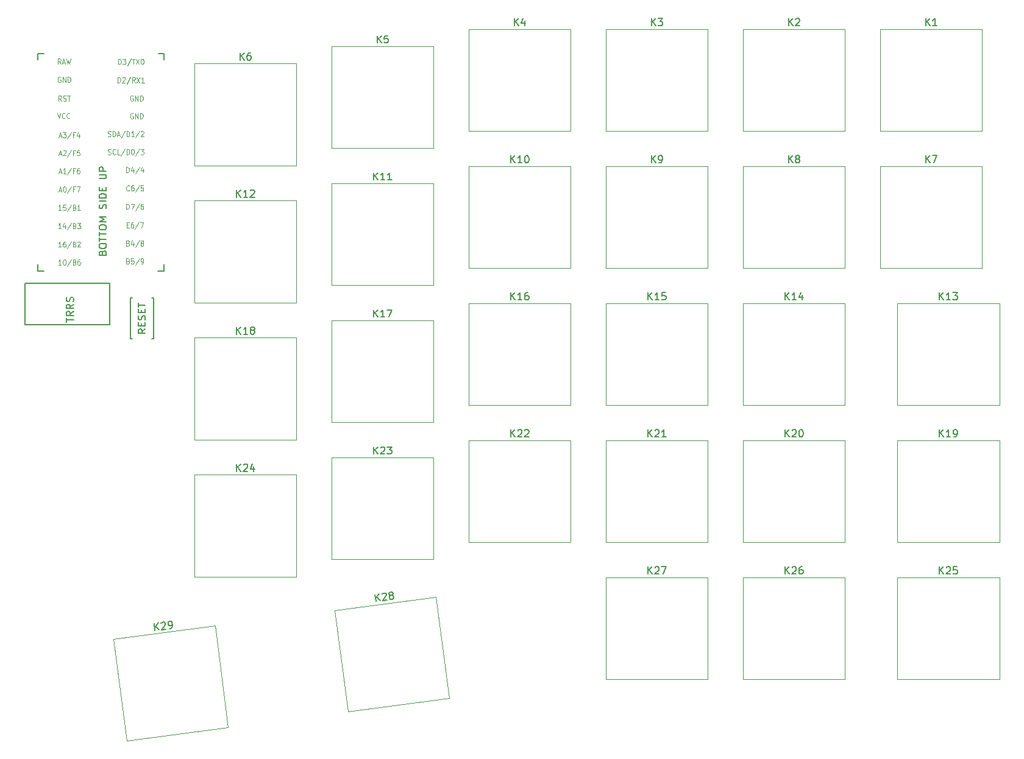
<source format=gbr>
%TF.GenerationSoftware,KiCad,Pcbnew,(6.0.4)*%
%TF.CreationDate,2022-10-11T17:37:43-05:00*%
%TF.ProjectId,GummyKey_Right,47756d6d-794b-4657-995f-52696768742e,rev?*%
%TF.SameCoordinates,Original*%
%TF.FileFunction,Legend,Top*%
%TF.FilePolarity,Positive*%
%FSLAX46Y46*%
G04 Gerber Fmt 4.6, Leading zero omitted, Abs format (unit mm)*
G04 Created by KiCad (PCBNEW (6.0.4)) date 2022-10-11 17:37:43*
%MOMM*%
%LPD*%
G01*
G04 APERTURE LIST*
%ADD10C,0.150000*%
%ADD11C,0.125000*%
%ADD12C,0.120000*%
G04 APERTURE END LIST*
D10*
X84928571Y-78761904D02*
X84976190Y-78619047D01*
X85023809Y-78571428D01*
X85119047Y-78523809D01*
X85261904Y-78523809D01*
X85357142Y-78571428D01*
X85404761Y-78619047D01*
X85452380Y-78714285D01*
X85452380Y-79095238D01*
X84452380Y-79095238D01*
X84452380Y-78761904D01*
X84500000Y-78666666D01*
X84547619Y-78619047D01*
X84642857Y-78571428D01*
X84738095Y-78571428D01*
X84833333Y-78619047D01*
X84880952Y-78666666D01*
X84928571Y-78761904D01*
X84928571Y-79095238D01*
X84452380Y-77904761D02*
X84452380Y-77714285D01*
X84500000Y-77619047D01*
X84595238Y-77523809D01*
X84785714Y-77476190D01*
X85119047Y-77476190D01*
X85309523Y-77523809D01*
X85404761Y-77619047D01*
X85452380Y-77714285D01*
X85452380Y-77904761D01*
X85404761Y-78000000D01*
X85309523Y-78095238D01*
X85119047Y-78142857D01*
X84785714Y-78142857D01*
X84595238Y-78095238D01*
X84500000Y-78000000D01*
X84452380Y-77904761D01*
X84452380Y-77190476D02*
X84452380Y-76619047D01*
X85452380Y-76904761D02*
X84452380Y-76904761D01*
X84452380Y-76428571D02*
X84452380Y-75857142D01*
X85452380Y-76142857D02*
X84452380Y-76142857D01*
X84452380Y-75333333D02*
X84452380Y-75142857D01*
X84500000Y-75047619D01*
X84595238Y-74952380D01*
X84785714Y-74904761D01*
X85119047Y-74904761D01*
X85309523Y-74952380D01*
X85404761Y-75047619D01*
X85452380Y-75142857D01*
X85452380Y-75333333D01*
X85404761Y-75428571D01*
X85309523Y-75523809D01*
X85119047Y-75571428D01*
X84785714Y-75571428D01*
X84595238Y-75523809D01*
X84500000Y-75428571D01*
X84452380Y-75333333D01*
X85452380Y-74476190D02*
X84452380Y-74476190D01*
X85166666Y-74142857D01*
X84452380Y-73809523D01*
X85452380Y-73809523D01*
X85404761Y-72619047D02*
X85452380Y-72476190D01*
X85452380Y-72238095D01*
X85404761Y-72142857D01*
X85357142Y-72095238D01*
X85261904Y-72047619D01*
X85166666Y-72047619D01*
X85071428Y-72095238D01*
X85023809Y-72142857D01*
X84976190Y-72238095D01*
X84928571Y-72428571D01*
X84880952Y-72523809D01*
X84833333Y-72571428D01*
X84738095Y-72619047D01*
X84642857Y-72619047D01*
X84547619Y-72571428D01*
X84500000Y-72523809D01*
X84452380Y-72428571D01*
X84452380Y-72190476D01*
X84500000Y-72047619D01*
X85452380Y-71619047D02*
X84452380Y-71619047D01*
X85452380Y-71142857D02*
X84452380Y-71142857D01*
X84452380Y-70904761D01*
X84500000Y-70761904D01*
X84595238Y-70666666D01*
X84690476Y-70619047D01*
X84880952Y-70571428D01*
X85023809Y-70571428D01*
X85214285Y-70619047D01*
X85309523Y-70666666D01*
X85404761Y-70761904D01*
X85452380Y-70904761D01*
X85452380Y-71142857D01*
X84928571Y-70142857D02*
X84928571Y-69809523D01*
X85452380Y-69666666D02*
X85452380Y-70142857D01*
X84452380Y-70142857D01*
X84452380Y-69666666D01*
X84452380Y-68476190D02*
X85261904Y-68476190D01*
X85357142Y-68428571D01*
X85404761Y-68380952D01*
X85452380Y-68285714D01*
X85452380Y-68095238D01*
X85404761Y-68000000D01*
X85357142Y-67952380D01*
X85261904Y-67904761D01*
X84452380Y-67904761D01*
X85452380Y-67428571D02*
X84452380Y-67428571D01*
X84452380Y-67047619D01*
X84500000Y-66952380D01*
X84547619Y-66904761D01*
X84642857Y-66857142D01*
X84785714Y-66857142D01*
X84880952Y-66904761D01*
X84928571Y-66952380D01*
X84976190Y-67047619D01*
X84976190Y-67428571D01*
%TO.C,K14*%
X179760714Y-85321130D02*
X179760714Y-84321130D01*
X180332142Y-85321130D02*
X179903571Y-84749702D01*
X180332142Y-84321130D02*
X179760714Y-84892559D01*
X181284523Y-85321130D02*
X180713095Y-85321130D01*
X180998809Y-85321130D02*
X180998809Y-84321130D01*
X180903571Y-84463988D01*
X180808333Y-84559226D01*
X180713095Y-84606845D01*
X182141666Y-84654464D02*
X182141666Y-85321130D01*
X181903571Y-84273511D02*
X181665476Y-84987797D01*
X182284523Y-84987797D01*
%TO.C,K10*%
X141660714Y-66271130D02*
X141660714Y-65271130D01*
X142232142Y-66271130D02*
X141803571Y-65699702D01*
X142232142Y-65271130D02*
X141660714Y-65842559D01*
X143184523Y-66271130D02*
X142613095Y-66271130D01*
X142898809Y-66271130D02*
X142898809Y-65271130D01*
X142803571Y-65413988D01*
X142708333Y-65509226D01*
X142613095Y-65556845D01*
X143803571Y-65271130D02*
X143898809Y-65271130D01*
X143994047Y-65318750D01*
X144041666Y-65366369D01*
X144089285Y-65461607D01*
X144136904Y-65652083D01*
X144136904Y-65890178D01*
X144089285Y-66080654D01*
X144041666Y-66175892D01*
X143994047Y-66223511D01*
X143898809Y-66271130D01*
X143803571Y-66271130D01*
X143708333Y-66223511D01*
X143660714Y-66175892D01*
X143613095Y-66080654D01*
X143565476Y-65890178D01*
X143565476Y-65652083D01*
X143613095Y-65461607D01*
X143660714Y-65366369D01*
X143708333Y-65318750D01*
X143803571Y-65271130D01*
%TO.C,K8*%
X180236904Y-66271130D02*
X180236904Y-65271130D01*
X180808333Y-66271130D02*
X180379761Y-65699702D01*
X180808333Y-65271130D02*
X180236904Y-65842559D01*
X181379761Y-65699702D02*
X181284523Y-65652083D01*
X181236904Y-65604464D01*
X181189285Y-65509226D01*
X181189285Y-65461607D01*
X181236904Y-65366369D01*
X181284523Y-65318750D01*
X181379761Y-65271130D01*
X181570238Y-65271130D01*
X181665476Y-65318750D01*
X181713095Y-65366369D01*
X181760714Y-65461607D01*
X181760714Y-65509226D01*
X181713095Y-65604464D01*
X181665476Y-65652083D01*
X181570238Y-65699702D01*
X181379761Y-65699702D01*
X181284523Y-65747321D01*
X181236904Y-65794940D01*
X181189285Y-65890178D01*
X181189285Y-66080654D01*
X181236904Y-66175892D01*
X181284523Y-66223511D01*
X181379761Y-66271130D01*
X181570238Y-66271130D01*
X181665476Y-66223511D01*
X181713095Y-66175892D01*
X181760714Y-66080654D01*
X181760714Y-65890178D01*
X181713095Y-65794940D01*
X181665476Y-65747321D01*
X181570238Y-65699702D01*
%TO.C,K24*%
X103560714Y-109133630D02*
X103560714Y-108133630D01*
X104132142Y-109133630D02*
X103703571Y-108562202D01*
X104132142Y-108133630D02*
X103560714Y-108705059D01*
X104513095Y-108228869D02*
X104560714Y-108181250D01*
X104655952Y-108133630D01*
X104894047Y-108133630D01*
X104989285Y-108181250D01*
X105036904Y-108228869D01*
X105084523Y-108324107D01*
X105084523Y-108419345D01*
X105036904Y-108562202D01*
X104465476Y-109133630D01*
X105084523Y-109133630D01*
X105941666Y-108466964D02*
X105941666Y-109133630D01*
X105703571Y-108086011D02*
X105465476Y-108800297D01*
X106084523Y-108800297D01*
%TO.C,K5*%
X123086904Y-49602380D02*
X123086904Y-48602380D01*
X123658333Y-49602380D02*
X123229761Y-49030952D01*
X123658333Y-48602380D02*
X123086904Y-49173809D01*
X124563095Y-48602380D02*
X124086904Y-48602380D01*
X124039285Y-49078571D01*
X124086904Y-49030952D01*
X124182142Y-48983333D01*
X124420238Y-48983333D01*
X124515476Y-49030952D01*
X124563095Y-49078571D01*
X124610714Y-49173809D01*
X124610714Y-49411904D01*
X124563095Y-49507142D01*
X124515476Y-49554761D01*
X124420238Y-49602380D01*
X124182142Y-49602380D01*
X124086904Y-49554761D01*
X124039285Y-49507142D01*
%TO.C,K9*%
X161186904Y-66271130D02*
X161186904Y-65271130D01*
X161758333Y-66271130D02*
X161329761Y-65699702D01*
X161758333Y-65271130D02*
X161186904Y-65842559D01*
X162234523Y-66271130D02*
X162425000Y-66271130D01*
X162520238Y-66223511D01*
X162567857Y-66175892D01*
X162663095Y-66033035D01*
X162710714Y-65842559D01*
X162710714Y-65461607D01*
X162663095Y-65366369D01*
X162615476Y-65318750D01*
X162520238Y-65271130D01*
X162329761Y-65271130D01*
X162234523Y-65318750D01*
X162186904Y-65366369D01*
X162139285Y-65461607D01*
X162139285Y-65699702D01*
X162186904Y-65794940D01*
X162234523Y-65842559D01*
X162329761Y-65890178D01*
X162520238Y-65890178D01*
X162615476Y-65842559D01*
X162663095Y-65794940D01*
X162710714Y-65699702D01*
%TO.C,K16*%
X141660714Y-85321130D02*
X141660714Y-84321130D01*
X142232142Y-85321130D02*
X141803571Y-84749702D01*
X142232142Y-84321130D02*
X141660714Y-84892559D01*
X143184523Y-85321130D02*
X142613095Y-85321130D01*
X142898809Y-85321130D02*
X142898809Y-84321130D01*
X142803571Y-84463988D01*
X142708333Y-84559226D01*
X142613095Y-84606845D01*
X144041666Y-84321130D02*
X143851190Y-84321130D01*
X143755952Y-84368750D01*
X143708333Y-84416369D01*
X143613095Y-84559226D01*
X143565476Y-84749702D01*
X143565476Y-85130654D01*
X143613095Y-85225892D01*
X143660714Y-85273511D01*
X143755952Y-85321130D01*
X143946428Y-85321130D01*
X144041666Y-85273511D01*
X144089285Y-85225892D01*
X144136904Y-85130654D01*
X144136904Y-84892559D01*
X144089285Y-84797321D01*
X144041666Y-84749702D01*
X143946428Y-84702083D01*
X143755952Y-84702083D01*
X143660714Y-84749702D01*
X143613095Y-84797321D01*
X143565476Y-84892559D01*
%TO.C,K2*%
X180236904Y-47221130D02*
X180236904Y-46221130D01*
X180808333Y-47221130D02*
X180379761Y-46649702D01*
X180808333Y-46221130D02*
X180236904Y-46792559D01*
X181189285Y-46316369D02*
X181236904Y-46268750D01*
X181332142Y-46221130D01*
X181570238Y-46221130D01*
X181665476Y-46268750D01*
X181713095Y-46316369D01*
X181760714Y-46411607D01*
X181760714Y-46506845D01*
X181713095Y-46649702D01*
X181141666Y-47221130D01*
X181760714Y-47221130D01*
D11*
%TO.C,U1*%
X78881785Y-67550000D02*
X79200833Y-67550000D01*
X78817976Y-67764285D02*
X79041309Y-67014285D01*
X79264642Y-67764285D01*
X79838928Y-67764285D02*
X79456071Y-67764285D01*
X79647500Y-67764285D02*
X79647500Y-67014285D01*
X79583690Y-67121428D01*
X79519880Y-67192857D01*
X79456071Y-67228571D01*
X80604642Y-66978571D02*
X80030357Y-67942857D01*
X81051309Y-67371428D02*
X80827976Y-67371428D01*
X80827976Y-67764285D02*
X80827976Y-67014285D01*
X81147023Y-67014285D01*
X81689404Y-67014285D02*
X81561785Y-67014285D01*
X81497976Y-67050000D01*
X81466071Y-67085714D01*
X81402261Y-67192857D01*
X81370357Y-67335714D01*
X81370357Y-67621428D01*
X81402261Y-67692857D01*
X81434166Y-67728571D01*
X81497976Y-67764285D01*
X81625595Y-67764285D01*
X81689404Y-67728571D01*
X81721309Y-67692857D01*
X81753214Y-67621428D01*
X81753214Y-67442857D01*
X81721309Y-67371428D01*
X81689404Y-67335714D01*
X81625595Y-67300000D01*
X81497976Y-67300000D01*
X81434166Y-67335714D01*
X81402261Y-67371428D01*
X81370357Y-67442857D01*
X79114380Y-52536285D02*
X78891047Y-52179142D01*
X78731523Y-52536285D02*
X78731523Y-51786285D01*
X78986761Y-51786285D01*
X79050571Y-51822000D01*
X79082476Y-51857714D01*
X79114380Y-51929142D01*
X79114380Y-52036285D01*
X79082476Y-52107714D01*
X79050571Y-52143428D01*
X78986761Y-52179142D01*
X78731523Y-52179142D01*
X79369619Y-52322000D02*
X79688666Y-52322000D01*
X79305809Y-52536285D02*
X79529142Y-51786285D01*
X79752476Y-52536285D01*
X79912000Y-51786285D02*
X80071523Y-52536285D01*
X80199142Y-52000571D01*
X80326761Y-52536285D01*
X80486285Y-51786285D01*
X79184880Y-77964285D02*
X78802023Y-77964285D01*
X78993452Y-77964285D02*
X78993452Y-77214285D01*
X78929642Y-77321428D01*
X78865833Y-77392857D01*
X78802023Y-77428571D01*
X79759166Y-77214285D02*
X79631547Y-77214285D01*
X79567738Y-77250000D01*
X79535833Y-77285714D01*
X79472023Y-77392857D01*
X79440119Y-77535714D01*
X79440119Y-77821428D01*
X79472023Y-77892857D01*
X79503928Y-77928571D01*
X79567738Y-77964285D01*
X79695357Y-77964285D01*
X79759166Y-77928571D01*
X79791071Y-77892857D01*
X79822976Y-77821428D01*
X79822976Y-77642857D01*
X79791071Y-77571428D01*
X79759166Y-77535714D01*
X79695357Y-77500000D01*
X79567738Y-77500000D01*
X79503928Y-77535714D01*
X79472023Y-77571428D01*
X79440119Y-77642857D01*
X80588690Y-77178571D02*
X80014404Y-78142857D01*
X81035357Y-77571428D02*
X81131071Y-77607142D01*
X81162976Y-77642857D01*
X81194880Y-77714285D01*
X81194880Y-77821428D01*
X81162976Y-77892857D01*
X81131071Y-77928571D01*
X81067261Y-77964285D01*
X80812023Y-77964285D01*
X80812023Y-77214285D01*
X81035357Y-77214285D01*
X81099166Y-77250000D01*
X81131071Y-77285714D01*
X81162976Y-77357142D01*
X81162976Y-77428571D01*
X81131071Y-77500000D01*
X81099166Y-77535714D01*
X81035357Y-77571428D01*
X80812023Y-77571428D01*
X81450119Y-77285714D02*
X81482023Y-77250000D01*
X81545833Y-77214285D01*
X81705357Y-77214285D01*
X81769166Y-77250000D01*
X81801071Y-77285714D01*
X81832976Y-77357142D01*
X81832976Y-77428571D01*
X81801071Y-77535714D01*
X81418214Y-77964285D01*
X81832976Y-77964285D01*
X88635833Y-70092857D02*
X88603928Y-70128571D01*
X88508214Y-70164285D01*
X88444404Y-70164285D01*
X88348690Y-70128571D01*
X88284880Y-70057142D01*
X88252976Y-69985714D01*
X88221071Y-69842857D01*
X88221071Y-69735714D01*
X88252976Y-69592857D01*
X88284880Y-69521428D01*
X88348690Y-69450000D01*
X88444404Y-69414285D01*
X88508214Y-69414285D01*
X88603928Y-69450000D01*
X88635833Y-69485714D01*
X89210119Y-69414285D02*
X89082500Y-69414285D01*
X89018690Y-69450000D01*
X88986785Y-69485714D01*
X88922976Y-69592857D01*
X88891071Y-69735714D01*
X88891071Y-70021428D01*
X88922976Y-70092857D01*
X88954880Y-70128571D01*
X89018690Y-70164285D01*
X89146309Y-70164285D01*
X89210119Y-70128571D01*
X89242023Y-70092857D01*
X89273928Y-70021428D01*
X89273928Y-69842857D01*
X89242023Y-69771428D01*
X89210119Y-69735714D01*
X89146309Y-69700000D01*
X89018690Y-69700000D01*
X88954880Y-69735714D01*
X88922976Y-69771428D01*
X88891071Y-69842857D01*
X90039642Y-69378571D02*
X89465357Y-70342857D01*
X90582023Y-69414285D02*
X90262976Y-69414285D01*
X90231071Y-69771428D01*
X90262976Y-69735714D01*
X90326785Y-69700000D01*
X90486309Y-69700000D01*
X90550119Y-69735714D01*
X90582023Y-69771428D01*
X90613928Y-69842857D01*
X90613928Y-70021428D01*
X90582023Y-70092857D01*
X90550119Y-70128571D01*
X90486309Y-70164285D01*
X90326785Y-70164285D01*
X90262976Y-70128571D01*
X90231071Y-70092857D01*
X78644166Y-59349285D02*
X78867500Y-60099285D01*
X79090833Y-59349285D01*
X79697023Y-60027857D02*
X79665119Y-60063571D01*
X79569404Y-60099285D01*
X79505595Y-60099285D01*
X79409880Y-60063571D01*
X79346071Y-59992142D01*
X79314166Y-59920714D01*
X79282261Y-59777857D01*
X79282261Y-59670714D01*
X79314166Y-59527857D01*
X79346071Y-59456428D01*
X79409880Y-59385000D01*
X79505595Y-59349285D01*
X79569404Y-59349285D01*
X79665119Y-59385000D01*
X79697023Y-59420714D01*
X80367023Y-60027857D02*
X80335119Y-60063571D01*
X80239404Y-60099285D01*
X80175595Y-60099285D01*
X80079880Y-60063571D01*
X80016071Y-59992142D01*
X79984166Y-59920714D01*
X79952261Y-59777857D01*
X79952261Y-59670714D01*
X79984166Y-59527857D01*
X80016071Y-59456428D01*
X80079880Y-59385000D01*
X80175595Y-59349285D01*
X80239404Y-59349285D01*
X80335119Y-59385000D01*
X80367023Y-59420714D01*
X78881785Y-70100000D02*
X79200833Y-70100000D01*
X78817976Y-70314285D02*
X79041309Y-69564285D01*
X79264642Y-70314285D01*
X79615595Y-69564285D02*
X79679404Y-69564285D01*
X79743214Y-69600000D01*
X79775119Y-69635714D01*
X79807023Y-69707142D01*
X79838928Y-69850000D01*
X79838928Y-70028571D01*
X79807023Y-70171428D01*
X79775119Y-70242857D01*
X79743214Y-70278571D01*
X79679404Y-70314285D01*
X79615595Y-70314285D01*
X79551785Y-70278571D01*
X79519880Y-70242857D01*
X79487976Y-70171428D01*
X79456071Y-70028571D01*
X79456071Y-69850000D01*
X79487976Y-69707142D01*
X79519880Y-69635714D01*
X79551785Y-69600000D01*
X79615595Y-69564285D01*
X80604642Y-69528571D02*
X80030357Y-70492857D01*
X81051309Y-69921428D02*
X80827976Y-69921428D01*
X80827976Y-70314285D02*
X80827976Y-69564285D01*
X81147023Y-69564285D01*
X81338452Y-69564285D02*
X81785119Y-69564285D01*
X81497976Y-70314285D01*
X88476309Y-79921428D02*
X88572023Y-79957142D01*
X88603928Y-79992857D01*
X88635833Y-80064285D01*
X88635833Y-80171428D01*
X88603928Y-80242857D01*
X88572023Y-80278571D01*
X88508214Y-80314285D01*
X88252976Y-80314285D01*
X88252976Y-79564285D01*
X88476309Y-79564285D01*
X88540119Y-79600000D01*
X88572023Y-79635714D01*
X88603928Y-79707142D01*
X88603928Y-79778571D01*
X88572023Y-79850000D01*
X88540119Y-79885714D01*
X88476309Y-79921428D01*
X88252976Y-79921428D01*
X89242023Y-79564285D02*
X88922976Y-79564285D01*
X88891071Y-79921428D01*
X88922976Y-79885714D01*
X88986785Y-79850000D01*
X89146309Y-79850000D01*
X89210119Y-79885714D01*
X89242023Y-79921428D01*
X89273928Y-79992857D01*
X89273928Y-80171428D01*
X89242023Y-80242857D01*
X89210119Y-80278571D01*
X89146309Y-80314285D01*
X88986785Y-80314285D01*
X88922976Y-80278571D01*
X88891071Y-80242857D01*
X90039642Y-79528571D02*
X89465357Y-80492857D01*
X90294880Y-80314285D02*
X90422500Y-80314285D01*
X90486309Y-80278571D01*
X90518214Y-80242857D01*
X90582023Y-80135714D01*
X90613928Y-79992857D01*
X90613928Y-79707142D01*
X90582023Y-79635714D01*
X90550119Y-79600000D01*
X90486309Y-79564285D01*
X90358690Y-79564285D01*
X90294880Y-79600000D01*
X90262976Y-79635714D01*
X90231071Y-79707142D01*
X90231071Y-79885714D01*
X90262976Y-79957142D01*
X90294880Y-79992857D01*
X90358690Y-80028571D01*
X90486309Y-80028571D01*
X90550119Y-79992857D01*
X90582023Y-79957142D01*
X90613928Y-79885714D01*
X85694880Y-65078571D02*
X85790595Y-65114285D01*
X85950119Y-65114285D01*
X86013928Y-65078571D01*
X86045833Y-65042857D01*
X86077738Y-64971428D01*
X86077738Y-64900000D01*
X86045833Y-64828571D01*
X86013928Y-64792857D01*
X85950119Y-64757142D01*
X85822500Y-64721428D01*
X85758690Y-64685714D01*
X85726785Y-64650000D01*
X85694880Y-64578571D01*
X85694880Y-64507142D01*
X85726785Y-64435714D01*
X85758690Y-64400000D01*
X85822500Y-64364285D01*
X85982023Y-64364285D01*
X86077738Y-64400000D01*
X86747738Y-65042857D02*
X86715833Y-65078571D01*
X86620119Y-65114285D01*
X86556309Y-65114285D01*
X86460595Y-65078571D01*
X86396785Y-65007142D01*
X86364880Y-64935714D01*
X86332976Y-64792857D01*
X86332976Y-64685714D01*
X86364880Y-64542857D01*
X86396785Y-64471428D01*
X86460595Y-64400000D01*
X86556309Y-64364285D01*
X86620119Y-64364285D01*
X86715833Y-64400000D01*
X86747738Y-64435714D01*
X87353928Y-65114285D02*
X87034880Y-65114285D01*
X87034880Y-64364285D01*
X88055833Y-64328571D02*
X87481547Y-65292857D01*
X88279166Y-65114285D02*
X88279166Y-64364285D01*
X88438690Y-64364285D01*
X88534404Y-64400000D01*
X88598214Y-64471428D01*
X88630119Y-64542857D01*
X88662023Y-64685714D01*
X88662023Y-64792857D01*
X88630119Y-64935714D01*
X88598214Y-65007142D01*
X88534404Y-65078571D01*
X88438690Y-65114285D01*
X88279166Y-65114285D01*
X89076785Y-64364285D02*
X89140595Y-64364285D01*
X89204404Y-64400000D01*
X89236309Y-64435714D01*
X89268214Y-64507142D01*
X89300119Y-64650000D01*
X89300119Y-64828571D01*
X89268214Y-64971428D01*
X89236309Y-65042857D01*
X89204404Y-65078571D01*
X89140595Y-65114285D01*
X89076785Y-65114285D01*
X89012976Y-65078571D01*
X88981071Y-65042857D01*
X88949166Y-64971428D01*
X88917261Y-64828571D01*
X88917261Y-64650000D01*
X88949166Y-64507142D01*
X88981071Y-64435714D01*
X89012976Y-64400000D01*
X89076785Y-64364285D01*
X90065833Y-64328571D02*
X89491547Y-65292857D01*
X90225357Y-64364285D02*
X90640119Y-64364285D01*
X90416785Y-64650000D01*
X90512500Y-64650000D01*
X90576309Y-64685714D01*
X90608214Y-64721428D01*
X90640119Y-64792857D01*
X90640119Y-64971428D01*
X90608214Y-65042857D01*
X90576309Y-65078571D01*
X90512500Y-65114285D01*
X90321071Y-65114285D01*
X90257261Y-65078571D01*
X90225357Y-65042857D01*
X79184880Y-75414285D02*
X78802023Y-75414285D01*
X78993452Y-75414285D02*
X78993452Y-74664285D01*
X78929642Y-74771428D01*
X78865833Y-74842857D01*
X78802023Y-74878571D01*
X79759166Y-74914285D02*
X79759166Y-75414285D01*
X79599642Y-74628571D02*
X79440119Y-75164285D01*
X79854880Y-75164285D01*
X80588690Y-74628571D02*
X80014404Y-75592857D01*
X81035357Y-75021428D02*
X81131071Y-75057142D01*
X81162976Y-75092857D01*
X81194880Y-75164285D01*
X81194880Y-75271428D01*
X81162976Y-75342857D01*
X81131071Y-75378571D01*
X81067261Y-75414285D01*
X80812023Y-75414285D01*
X80812023Y-74664285D01*
X81035357Y-74664285D01*
X81099166Y-74700000D01*
X81131071Y-74735714D01*
X81162976Y-74807142D01*
X81162976Y-74878571D01*
X81131071Y-74950000D01*
X81099166Y-74985714D01*
X81035357Y-75021428D01*
X80812023Y-75021428D01*
X81418214Y-74664285D02*
X81832976Y-74664285D01*
X81609642Y-74950000D01*
X81705357Y-74950000D01*
X81769166Y-74985714D01*
X81801071Y-75021428D01*
X81832976Y-75092857D01*
X81832976Y-75271428D01*
X81801071Y-75342857D01*
X81769166Y-75378571D01*
X81705357Y-75414285D01*
X81513928Y-75414285D01*
X81450119Y-75378571D01*
X81418214Y-75342857D01*
X85678928Y-62578571D02*
X85774642Y-62614285D01*
X85934166Y-62614285D01*
X85997976Y-62578571D01*
X86029880Y-62542857D01*
X86061785Y-62471428D01*
X86061785Y-62400000D01*
X86029880Y-62328571D01*
X85997976Y-62292857D01*
X85934166Y-62257142D01*
X85806547Y-62221428D01*
X85742738Y-62185714D01*
X85710833Y-62150000D01*
X85678928Y-62078571D01*
X85678928Y-62007142D01*
X85710833Y-61935714D01*
X85742738Y-61900000D01*
X85806547Y-61864285D01*
X85966071Y-61864285D01*
X86061785Y-61900000D01*
X86348928Y-62614285D02*
X86348928Y-61864285D01*
X86508452Y-61864285D01*
X86604166Y-61900000D01*
X86667976Y-61971428D01*
X86699880Y-62042857D01*
X86731785Y-62185714D01*
X86731785Y-62292857D01*
X86699880Y-62435714D01*
X86667976Y-62507142D01*
X86604166Y-62578571D01*
X86508452Y-62614285D01*
X86348928Y-62614285D01*
X86987023Y-62400000D02*
X87306071Y-62400000D01*
X86923214Y-62614285D02*
X87146547Y-61864285D01*
X87369880Y-62614285D01*
X88071785Y-61828571D02*
X87497500Y-62792857D01*
X88295119Y-62614285D02*
X88295119Y-61864285D01*
X88454642Y-61864285D01*
X88550357Y-61900000D01*
X88614166Y-61971428D01*
X88646071Y-62042857D01*
X88677976Y-62185714D01*
X88677976Y-62292857D01*
X88646071Y-62435714D01*
X88614166Y-62507142D01*
X88550357Y-62578571D01*
X88454642Y-62614285D01*
X88295119Y-62614285D01*
X89316071Y-62614285D02*
X88933214Y-62614285D01*
X89124642Y-62614285D02*
X89124642Y-61864285D01*
X89060833Y-61971428D01*
X88997023Y-62042857D01*
X88933214Y-62078571D01*
X90081785Y-61828571D02*
X89507500Y-62792857D01*
X90273214Y-61935714D02*
X90305119Y-61900000D01*
X90368928Y-61864285D01*
X90528452Y-61864285D01*
X90592261Y-61900000D01*
X90624166Y-61935714D01*
X90656071Y-62007142D01*
X90656071Y-62078571D01*
X90624166Y-62185714D01*
X90241309Y-62614285D01*
X90656071Y-62614285D01*
X88252976Y-67614285D02*
X88252976Y-66864285D01*
X88412500Y-66864285D01*
X88508214Y-66900000D01*
X88572023Y-66971428D01*
X88603928Y-67042857D01*
X88635833Y-67185714D01*
X88635833Y-67292857D01*
X88603928Y-67435714D01*
X88572023Y-67507142D01*
X88508214Y-67578571D01*
X88412500Y-67614285D01*
X88252976Y-67614285D01*
X89210119Y-67114285D02*
X89210119Y-67614285D01*
X89050595Y-66828571D02*
X88891071Y-67364285D01*
X89305833Y-67364285D01*
X90039642Y-66828571D02*
X89465357Y-67792857D01*
X90550119Y-67114285D02*
X90550119Y-67614285D01*
X90390595Y-66828571D02*
X90231071Y-67364285D01*
X90645833Y-67364285D01*
X79210095Y-57679785D02*
X78986761Y-57322642D01*
X78827238Y-57679785D02*
X78827238Y-56929785D01*
X79082476Y-56929785D01*
X79146285Y-56965500D01*
X79178190Y-57001214D01*
X79210095Y-57072642D01*
X79210095Y-57179785D01*
X79178190Y-57251214D01*
X79146285Y-57286928D01*
X79082476Y-57322642D01*
X78827238Y-57322642D01*
X79465333Y-57644071D02*
X79561047Y-57679785D01*
X79720571Y-57679785D01*
X79784380Y-57644071D01*
X79816285Y-57608357D01*
X79848190Y-57536928D01*
X79848190Y-57465500D01*
X79816285Y-57394071D01*
X79784380Y-57358357D01*
X79720571Y-57322642D01*
X79592952Y-57286928D01*
X79529142Y-57251214D01*
X79497238Y-57215500D01*
X79465333Y-57144071D01*
X79465333Y-57072642D01*
X79497238Y-57001214D01*
X79529142Y-56965500D01*
X79592952Y-56929785D01*
X79752476Y-56929785D01*
X79848190Y-56965500D01*
X80039619Y-56929785D02*
X80422476Y-56929785D01*
X80231047Y-57679785D02*
X80231047Y-56929785D01*
X89157023Y-56950000D02*
X89093214Y-56914285D01*
X88997500Y-56914285D01*
X88901785Y-56950000D01*
X88837976Y-57021428D01*
X88806071Y-57092857D01*
X88774166Y-57235714D01*
X88774166Y-57342857D01*
X88806071Y-57485714D01*
X88837976Y-57557142D01*
X88901785Y-57628571D01*
X88997500Y-57664285D01*
X89061309Y-57664285D01*
X89157023Y-57628571D01*
X89188928Y-57592857D01*
X89188928Y-57342857D01*
X89061309Y-57342857D01*
X89476071Y-57664285D02*
X89476071Y-56914285D01*
X89858928Y-57664285D01*
X89858928Y-56914285D01*
X90177976Y-57664285D02*
X90177976Y-56914285D01*
X90337500Y-56914285D01*
X90433214Y-56950000D01*
X90497023Y-57021428D01*
X90528928Y-57092857D01*
X90560833Y-57235714D01*
X90560833Y-57342857D01*
X90528928Y-57485714D01*
X90497023Y-57557142D01*
X90433214Y-57628571D01*
X90337500Y-57664285D01*
X90177976Y-57664285D01*
X88476309Y-77421428D02*
X88572023Y-77457142D01*
X88603928Y-77492857D01*
X88635833Y-77564285D01*
X88635833Y-77671428D01*
X88603928Y-77742857D01*
X88572023Y-77778571D01*
X88508214Y-77814285D01*
X88252976Y-77814285D01*
X88252976Y-77064285D01*
X88476309Y-77064285D01*
X88540119Y-77100000D01*
X88572023Y-77135714D01*
X88603928Y-77207142D01*
X88603928Y-77278571D01*
X88572023Y-77350000D01*
X88540119Y-77385714D01*
X88476309Y-77421428D01*
X88252976Y-77421428D01*
X89210119Y-77314285D02*
X89210119Y-77814285D01*
X89050595Y-77028571D02*
X88891071Y-77564285D01*
X89305833Y-77564285D01*
X90039642Y-77028571D02*
X89465357Y-77992857D01*
X90358690Y-77385714D02*
X90294880Y-77350000D01*
X90262976Y-77314285D01*
X90231071Y-77242857D01*
X90231071Y-77207142D01*
X90262976Y-77135714D01*
X90294880Y-77100000D01*
X90358690Y-77064285D01*
X90486309Y-77064285D01*
X90550119Y-77100000D01*
X90582023Y-77135714D01*
X90613928Y-77207142D01*
X90613928Y-77242857D01*
X90582023Y-77314285D01*
X90550119Y-77350000D01*
X90486309Y-77385714D01*
X90358690Y-77385714D01*
X90294880Y-77421428D01*
X90262976Y-77457142D01*
X90231071Y-77528571D01*
X90231071Y-77671428D01*
X90262976Y-77742857D01*
X90294880Y-77778571D01*
X90358690Y-77814285D01*
X90486309Y-77814285D01*
X90550119Y-77778571D01*
X90582023Y-77742857D01*
X90613928Y-77671428D01*
X90613928Y-77528571D01*
X90582023Y-77457142D01*
X90550119Y-77421428D01*
X90486309Y-77385714D01*
X87048928Y-55114285D02*
X87048928Y-54364285D01*
X87208452Y-54364285D01*
X87304166Y-54400000D01*
X87367976Y-54471428D01*
X87399880Y-54542857D01*
X87431785Y-54685714D01*
X87431785Y-54792857D01*
X87399880Y-54935714D01*
X87367976Y-55007142D01*
X87304166Y-55078571D01*
X87208452Y-55114285D01*
X87048928Y-55114285D01*
X87687023Y-54435714D02*
X87718928Y-54400000D01*
X87782738Y-54364285D01*
X87942261Y-54364285D01*
X88006071Y-54400000D01*
X88037976Y-54435714D01*
X88069880Y-54507142D01*
X88069880Y-54578571D01*
X88037976Y-54685714D01*
X87655119Y-55114285D01*
X88069880Y-55114285D01*
X88835595Y-54328571D02*
X88261309Y-55292857D01*
X89441785Y-55114285D02*
X89218452Y-54757142D01*
X89058928Y-55114285D02*
X89058928Y-54364285D01*
X89314166Y-54364285D01*
X89377976Y-54400000D01*
X89409880Y-54435714D01*
X89441785Y-54507142D01*
X89441785Y-54614285D01*
X89409880Y-54685714D01*
X89377976Y-54721428D01*
X89314166Y-54757142D01*
X89058928Y-54757142D01*
X89665119Y-54364285D02*
X90111785Y-55114285D01*
X90111785Y-54364285D02*
X89665119Y-55114285D01*
X90717976Y-55114285D02*
X90335119Y-55114285D01*
X90526547Y-55114285D02*
X90526547Y-54364285D01*
X90462738Y-54471428D01*
X90398928Y-54542857D01*
X90335119Y-54578571D01*
X88252976Y-72714285D02*
X88252976Y-71964285D01*
X88412500Y-71964285D01*
X88508214Y-72000000D01*
X88572023Y-72071428D01*
X88603928Y-72142857D01*
X88635833Y-72285714D01*
X88635833Y-72392857D01*
X88603928Y-72535714D01*
X88572023Y-72607142D01*
X88508214Y-72678571D01*
X88412500Y-72714285D01*
X88252976Y-72714285D01*
X88859166Y-71964285D02*
X89305833Y-71964285D01*
X89018690Y-72714285D01*
X90039642Y-71928571D02*
X89465357Y-72892857D01*
X90550119Y-71964285D02*
X90422500Y-71964285D01*
X90358690Y-72000000D01*
X90326785Y-72035714D01*
X90262976Y-72142857D01*
X90231071Y-72285714D01*
X90231071Y-72571428D01*
X90262976Y-72642857D01*
X90294880Y-72678571D01*
X90358690Y-72714285D01*
X90486309Y-72714285D01*
X90550119Y-72678571D01*
X90582023Y-72642857D01*
X90613928Y-72571428D01*
X90613928Y-72392857D01*
X90582023Y-72321428D01*
X90550119Y-72285714D01*
X90486309Y-72250000D01*
X90358690Y-72250000D01*
X90294880Y-72285714D01*
X90262976Y-72321428D01*
X90231071Y-72392857D01*
X78881785Y-62550000D02*
X79200833Y-62550000D01*
X78817976Y-62764285D02*
X79041309Y-62014285D01*
X79264642Y-62764285D01*
X79424166Y-62014285D02*
X79838928Y-62014285D01*
X79615595Y-62300000D01*
X79711309Y-62300000D01*
X79775119Y-62335714D01*
X79807023Y-62371428D01*
X79838928Y-62442857D01*
X79838928Y-62621428D01*
X79807023Y-62692857D01*
X79775119Y-62728571D01*
X79711309Y-62764285D01*
X79519880Y-62764285D01*
X79456071Y-62728571D01*
X79424166Y-62692857D01*
X80604642Y-61978571D02*
X80030357Y-62942857D01*
X81051309Y-62371428D02*
X80827976Y-62371428D01*
X80827976Y-62764285D02*
X80827976Y-62014285D01*
X81147023Y-62014285D01*
X81689404Y-62264285D02*
X81689404Y-62764285D01*
X81529880Y-61978571D02*
X81370357Y-62514285D01*
X81785119Y-62514285D01*
X78881785Y-65050000D02*
X79200833Y-65050000D01*
X78817976Y-65264285D02*
X79041309Y-64514285D01*
X79264642Y-65264285D01*
X79456071Y-64585714D02*
X79487976Y-64550000D01*
X79551785Y-64514285D01*
X79711309Y-64514285D01*
X79775119Y-64550000D01*
X79807023Y-64585714D01*
X79838928Y-64657142D01*
X79838928Y-64728571D01*
X79807023Y-64835714D01*
X79424166Y-65264285D01*
X79838928Y-65264285D01*
X80604642Y-64478571D02*
X80030357Y-65442857D01*
X81051309Y-64871428D02*
X80827976Y-64871428D01*
X80827976Y-65264285D02*
X80827976Y-64514285D01*
X81147023Y-64514285D01*
X81721309Y-64514285D02*
X81402261Y-64514285D01*
X81370357Y-64871428D01*
X81402261Y-64835714D01*
X81466071Y-64800000D01*
X81625595Y-64800000D01*
X81689404Y-64835714D01*
X81721309Y-64871428D01*
X81753214Y-64942857D01*
X81753214Y-65121428D01*
X81721309Y-65192857D01*
X81689404Y-65228571D01*
X81625595Y-65264285D01*
X81466071Y-65264285D01*
X81402261Y-65228571D01*
X81370357Y-65192857D01*
X88284880Y-74871428D02*
X88508214Y-74871428D01*
X88603928Y-75264285D02*
X88284880Y-75264285D01*
X88284880Y-74514285D01*
X88603928Y-74514285D01*
X89178214Y-74514285D02*
X89050595Y-74514285D01*
X88986785Y-74550000D01*
X88954880Y-74585714D01*
X88891071Y-74692857D01*
X88859166Y-74835714D01*
X88859166Y-75121428D01*
X88891071Y-75192857D01*
X88922976Y-75228571D01*
X88986785Y-75264285D01*
X89114404Y-75264285D01*
X89178214Y-75228571D01*
X89210119Y-75192857D01*
X89242023Y-75121428D01*
X89242023Y-74942857D01*
X89210119Y-74871428D01*
X89178214Y-74835714D01*
X89114404Y-74800000D01*
X88986785Y-74800000D01*
X88922976Y-74835714D01*
X88891071Y-74871428D01*
X88859166Y-74942857D01*
X90007738Y-74478571D02*
X89433452Y-75442857D01*
X90167261Y-74514285D02*
X90613928Y-74514285D01*
X90326785Y-75264285D01*
X89157023Y-59400000D02*
X89093214Y-59364285D01*
X88997500Y-59364285D01*
X88901785Y-59400000D01*
X88837976Y-59471428D01*
X88806071Y-59542857D01*
X88774166Y-59685714D01*
X88774166Y-59792857D01*
X88806071Y-59935714D01*
X88837976Y-60007142D01*
X88901785Y-60078571D01*
X88997500Y-60114285D01*
X89061309Y-60114285D01*
X89157023Y-60078571D01*
X89188928Y-60042857D01*
X89188928Y-59792857D01*
X89061309Y-59792857D01*
X89476071Y-60114285D02*
X89476071Y-59364285D01*
X89858928Y-60114285D01*
X89858928Y-59364285D01*
X90177976Y-60114285D02*
X90177976Y-59364285D01*
X90337500Y-59364285D01*
X90433214Y-59400000D01*
X90497023Y-59471428D01*
X90528928Y-59542857D01*
X90560833Y-59685714D01*
X90560833Y-59792857D01*
X90528928Y-59935714D01*
X90497023Y-60007142D01*
X90433214Y-60078571D01*
X90337500Y-60114285D01*
X90177976Y-60114285D01*
X79087023Y-54360000D02*
X79023214Y-54324285D01*
X78927500Y-54324285D01*
X78831785Y-54360000D01*
X78767976Y-54431428D01*
X78736071Y-54502857D01*
X78704166Y-54645714D01*
X78704166Y-54752857D01*
X78736071Y-54895714D01*
X78767976Y-54967142D01*
X78831785Y-55038571D01*
X78927500Y-55074285D01*
X78991309Y-55074285D01*
X79087023Y-55038571D01*
X79118928Y-55002857D01*
X79118928Y-54752857D01*
X78991309Y-54752857D01*
X79406071Y-55074285D02*
X79406071Y-54324285D01*
X79788928Y-55074285D01*
X79788928Y-54324285D01*
X80107976Y-55074285D02*
X80107976Y-54324285D01*
X80267500Y-54324285D01*
X80363214Y-54360000D01*
X80427023Y-54431428D01*
X80458928Y-54502857D01*
X80490833Y-54645714D01*
X80490833Y-54752857D01*
X80458928Y-54895714D01*
X80427023Y-54967142D01*
X80363214Y-55038571D01*
X80267500Y-55074285D01*
X80107976Y-55074285D01*
X87128690Y-52564285D02*
X87128690Y-51814285D01*
X87288214Y-51814285D01*
X87383928Y-51850000D01*
X87447738Y-51921428D01*
X87479642Y-51992857D01*
X87511547Y-52135714D01*
X87511547Y-52242857D01*
X87479642Y-52385714D01*
X87447738Y-52457142D01*
X87383928Y-52528571D01*
X87288214Y-52564285D01*
X87128690Y-52564285D01*
X87734880Y-51814285D02*
X88149642Y-51814285D01*
X87926309Y-52100000D01*
X88022023Y-52100000D01*
X88085833Y-52135714D01*
X88117738Y-52171428D01*
X88149642Y-52242857D01*
X88149642Y-52421428D01*
X88117738Y-52492857D01*
X88085833Y-52528571D01*
X88022023Y-52564285D01*
X87830595Y-52564285D01*
X87766785Y-52528571D01*
X87734880Y-52492857D01*
X88915357Y-51778571D02*
X88341071Y-52742857D01*
X89042976Y-51814285D02*
X89425833Y-51814285D01*
X89234404Y-52564285D02*
X89234404Y-51814285D01*
X89585357Y-51814285D02*
X90032023Y-52564285D01*
X90032023Y-51814285D02*
X89585357Y-52564285D01*
X90414880Y-51814285D02*
X90478690Y-51814285D01*
X90542500Y-51850000D01*
X90574404Y-51885714D01*
X90606309Y-51957142D01*
X90638214Y-52100000D01*
X90638214Y-52278571D01*
X90606309Y-52421428D01*
X90574404Y-52492857D01*
X90542500Y-52528571D01*
X90478690Y-52564285D01*
X90414880Y-52564285D01*
X90351071Y-52528571D01*
X90319166Y-52492857D01*
X90287261Y-52421428D01*
X90255357Y-52278571D01*
X90255357Y-52100000D01*
X90287261Y-51957142D01*
X90319166Y-51885714D01*
X90351071Y-51850000D01*
X90414880Y-51814285D01*
X79184880Y-72864285D02*
X78802023Y-72864285D01*
X78993452Y-72864285D02*
X78993452Y-72114285D01*
X78929642Y-72221428D01*
X78865833Y-72292857D01*
X78802023Y-72328571D01*
X79791071Y-72114285D02*
X79472023Y-72114285D01*
X79440119Y-72471428D01*
X79472023Y-72435714D01*
X79535833Y-72400000D01*
X79695357Y-72400000D01*
X79759166Y-72435714D01*
X79791071Y-72471428D01*
X79822976Y-72542857D01*
X79822976Y-72721428D01*
X79791071Y-72792857D01*
X79759166Y-72828571D01*
X79695357Y-72864285D01*
X79535833Y-72864285D01*
X79472023Y-72828571D01*
X79440119Y-72792857D01*
X80588690Y-72078571D02*
X80014404Y-73042857D01*
X81035357Y-72471428D02*
X81131071Y-72507142D01*
X81162976Y-72542857D01*
X81194880Y-72614285D01*
X81194880Y-72721428D01*
X81162976Y-72792857D01*
X81131071Y-72828571D01*
X81067261Y-72864285D01*
X80812023Y-72864285D01*
X80812023Y-72114285D01*
X81035357Y-72114285D01*
X81099166Y-72150000D01*
X81131071Y-72185714D01*
X81162976Y-72257142D01*
X81162976Y-72328571D01*
X81131071Y-72400000D01*
X81099166Y-72435714D01*
X81035357Y-72471428D01*
X80812023Y-72471428D01*
X81832976Y-72864285D02*
X81450119Y-72864285D01*
X81641547Y-72864285D02*
X81641547Y-72114285D01*
X81577738Y-72221428D01*
X81513928Y-72292857D01*
X81450119Y-72328571D01*
X79184880Y-80464285D02*
X78802023Y-80464285D01*
X78993452Y-80464285D02*
X78993452Y-79714285D01*
X78929642Y-79821428D01*
X78865833Y-79892857D01*
X78802023Y-79928571D01*
X79599642Y-79714285D02*
X79663452Y-79714285D01*
X79727261Y-79750000D01*
X79759166Y-79785714D01*
X79791071Y-79857142D01*
X79822976Y-80000000D01*
X79822976Y-80178571D01*
X79791071Y-80321428D01*
X79759166Y-80392857D01*
X79727261Y-80428571D01*
X79663452Y-80464285D01*
X79599642Y-80464285D01*
X79535833Y-80428571D01*
X79503928Y-80392857D01*
X79472023Y-80321428D01*
X79440119Y-80178571D01*
X79440119Y-80000000D01*
X79472023Y-79857142D01*
X79503928Y-79785714D01*
X79535833Y-79750000D01*
X79599642Y-79714285D01*
X80588690Y-79678571D02*
X80014404Y-80642857D01*
X81035357Y-80071428D02*
X81131071Y-80107142D01*
X81162976Y-80142857D01*
X81194880Y-80214285D01*
X81194880Y-80321428D01*
X81162976Y-80392857D01*
X81131071Y-80428571D01*
X81067261Y-80464285D01*
X80812023Y-80464285D01*
X80812023Y-79714285D01*
X81035357Y-79714285D01*
X81099166Y-79750000D01*
X81131071Y-79785714D01*
X81162976Y-79857142D01*
X81162976Y-79928571D01*
X81131071Y-80000000D01*
X81099166Y-80035714D01*
X81035357Y-80071428D01*
X80812023Y-80071428D01*
X81769166Y-79714285D02*
X81641547Y-79714285D01*
X81577738Y-79750000D01*
X81545833Y-79785714D01*
X81482023Y-79892857D01*
X81450119Y-80035714D01*
X81450119Y-80321428D01*
X81482023Y-80392857D01*
X81513928Y-80428571D01*
X81577738Y-80464285D01*
X81705357Y-80464285D01*
X81769166Y-80428571D01*
X81801071Y-80392857D01*
X81832976Y-80321428D01*
X81832976Y-80142857D01*
X81801071Y-80071428D01*
X81769166Y-80035714D01*
X81705357Y-80000000D01*
X81577738Y-80000000D01*
X81513928Y-80035714D01*
X81482023Y-80071428D01*
X81450119Y-80142857D01*
D10*
%TO.C,K11*%
X122610714Y-68652380D02*
X122610714Y-67652380D01*
X123182142Y-68652380D02*
X122753571Y-68080952D01*
X123182142Y-67652380D02*
X122610714Y-68223809D01*
X124134523Y-68652380D02*
X123563095Y-68652380D01*
X123848809Y-68652380D02*
X123848809Y-67652380D01*
X123753571Y-67795238D01*
X123658333Y-67890476D01*
X123563095Y-67938095D01*
X125086904Y-68652380D02*
X124515476Y-68652380D01*
X124801190Y-68652380D02*
X124801190Y-67652380D01*
X124705952Y-67795238D01*
X124610714Y-67890476D01*
X124515476Y-67938095D01*
%TO.C,K26*%
X179760714Y-123421130D02*
X179760714Y-122421130D01*
X180332142Y-123421130D02*
X179903571Y-122849702D01*
X180332142Y-122421130D02*
X179760714Y-122992559D01*
X180713095Y-122516369D02*
X180760714Y-122468750D01*
X180855952Y-122421130D01*
X181094047Y-122421130D01*
X181189285Y-122468750D01*
X181236904Y-122516369D01*
X181284523Y-122611607D01*
X181284523Y-122706845D01*
X181236904Y-122849702D01*
X180665476Y-123421130D01*
X181284523Y-123421130D01*
X182141666Y-122421130D02*
X181951190Y-122421130D01*
X181855952Y-122468750D01*
X181808333Y-122516369D01*
X181713095Y-122659226D01*
X181665476Y-122849702D01*
X181665476Y-123230654D01*
X181713095Y-123325892D01*
X181760714Y-123373511D01*
X181855952Y-123421130D01*
X182046428Y-123421130D01*
X182141666Y-123373511D01*
X182189285Y-123325892D01*
X182236904Y-123230654D01*
X182236904Y-122992559D01*
X182189285Y-122897321D01*
X182141666Y-122849702D01*
X182046428Y-122802083D01*
X181855952Y-122802083D01*
X181760714Y-122849702D01*
X181713095Y-122897321D01*
X181665476Y-122992559D01*
%TO.C,K21*%
X160710714Y-104371130D02*
X160710714Y-103371130D01*
X161282142Y-104371130D02*
X160853571Y-103799702D01*
X161282142Y-103371130D02*
X160710714Y-103942559D01*
X161663095Y-103466369D02*
X161710714Y-103418750D01*
X161805952Y-103371130D01*
X162044047Y-103371130D01*
X162139285Y-103418750D01*
X162186904Y-103466369D01*
X162234523Y-103561607D01*
X162234523Y-103656845D01*
X162186904Y-103799702D01*
X161615476Y-104371130D01*
X162234523Y-104371130D01*
X163186904Y-104371130D02*
X162615476Y-104371130D01*
X162901190Y-104371130D02*
X162901190Y-103371130D01*
X162805952Y-103513988D01*
X162710714Y-103609226D01*
X162615476Y-103656845D01*
%TO.C,K22*%
X141660714Y-104371130D02*
X141660714Y-103371130D01*
X142232142Y-104371130D02*
X141803571Y-103799702D01*
X142232142Y-103371130D02*
X141660714Y-103942559D01*
X142613095Y-103466369D02*
X142660714Y-103418750D01*
X142755952Y-103371130D01*
X142994047Y-103371130D01*
X143089285Y-103418750D01*
X143136904Y-103466369D01*
X143184523Y-103561607D01*
X143184523Y-103656845D01*
X143136904Y-103799702D01*
X142565476Y-104371130D01*
X143184523Y-104371130D01*
X143565476Y-103466369D02*
X143613095Y-103418750D01*
X143708333Y-103371130D01*
X143946428Y-103371130D01*
X144041666Y-103418750D01*
X144089285Y-103466369D01*
X144136904Y-103561607D01*
X144136904Y-103656845D01*
X144089285Y-103799702D01*
X143517857Y-104371130D01*
X144136904Y-104371130D01*
%TO.C,K4*%
X142136904Y-47221130D02*
X142136904Y-46221130D01*
X142708333Y-47221130D02*
X142279761Y-46649702D01*
X142708333Y-46221130D02*
X142136904Y-46792559D01*
X143565476Y-46554464D02*
X143565476Y-47221130D01*
X143327380Y-46173511D02*
X143089285Y-46887797D01*
X143708333Y-46887797D01*
%TO.C,K18*%
X103560714Y-90083630D02*
X103560714Y-89083630D01*
X104132142Y-90083630D02*
X103703571Y-89512202D01*
X104132142Y-89083630D02*
X103560714Y-89655059D01*
X105084523Y-90083630D02*
X104513095Y-90083630D01*
X104798809Y-90083630D02*
X104798809Y-89083630D01*
X104703571Y-89226488D01*
X104608333Y-89321726D01*
X104513095Y-89369345D01*
X105655952Y-89512202D02*
X105560714Y-89464583D01*
X105513095Y-89416964D01*
X105465476Y-89321726D01*
X105465476Y-89274107D01*
X105513095Y-89178869D01*
X105560714Y-89131250D01*
X105655952Y-89083630D01*
X105846428Y-89083630D01*
X105941666Y-89131250D01*
X105989285Y-89178869D01*
X106036904Y-89274107D01*
X106036904Y-89321726D01*
X105989285Y-89416964D01*
X105941666Y-89464583D01*
X105846428Y-89512202D01*
X105655952Y-89512202D01*
X105560714Y-89559821D01*
X105513095Y-89607440D01*
X105465476Y-89702678D01*
X105465476Y-89893154D01*
X105513095Y-89988392D01*
X105560714Y-90036011D01*
X105655952Y-90083630D01*
X105846428Y-90083630D01*
X105941666Y-90036011D01*
X105989285Y-89988392D01*
X106036904Y-89893154D01*
X106036904Y-89702678D01*
X105989285Y-89607440D01*
X105941666Y-89559821D01*
X105846428Y-89512202D01*
%TO.C,K7*%
X199286904Y-66271130D02*
X199286904Y-65271130D01*
X199858333Y-66271130D02*
X199429761Y-65699702D01*
X199858333Y-65271130D02*
X199286904Y-65842559D01*
X200191666Y-65271130D02*
X200858333Y-65271130D01*
X200429761Y-66271130D01*
%TO.C,K3*%
X161186904Y-47221130D02*
X161186904Y-46221130D01*
X161758333Y-47221130D02*
X161329761Y-46649702D01*
X161758333Y-46221130D02*
X161186904Y-46792559D01*
X162091666Y-46221130D02*
X162710714Y-46221130D01*
X162377380Y-46602083D01*
X162520238Y-46602083D01*
X162615476Y-46649702D01*
X162663095Y-46697321D01*
X162710714Y-46792559D01*
X162710714Y-47030654D01*
X162663095Y-47125892D01*
X162615476Y-47173511D01*
X162520238Y-47221130D01*
X162234523Y-47221130D01*
X162139285Y-47173511D01*
X162091666Y-47125892D01*
%TO.C,K23*%
X122610714Y-106752380D02*
X122610714Y-105752380D01*
X123182142Y-106752380D02*
X122753571Y-106180952D01*
X123182142Y-105752380D02*
X122610714Y-106323809D01*
X123563095Y-105847619D02*
X123610714Y-105800000D01*
X123705952Y-105752380D01*
X123944047Y-105752380D01*
X124039285Y-105800000D01*
X124086904Y-105847619D01*
X124134523Y-105942857D01*
X124134523Y-106038095D01*
X124086904Y-106180952D01*
X123515476Y-106752380D01*
X124134523Y-106752380D01*
X124467857Y-105752380D02*
X125086904Y-105752380D01*
X124753571Y-106133333D01*
X124896428Y-106133333D01*
X124991666Y-106180952D01*
X125039285Y-106228571D01*
X125086904Y-106323809D01*
X125086904Y-106561904D01*
X125039285Y-106657142D01*
X124991666Y-106704761D01*
X124896428Y-106752380D01*
X124610714Y-106752380D01*
X124515476Y-106704761D01*
X124467857Y-106657142D01*
%TO.C,SW1*%
X90871130Y-89358630D02*
X90394940Y-89691964D01*
X90871130Y-89930059D02*
X89871130Y-89930059D01*
X89871130Y-89549107D01*
X89918750Y-89453869D01*
X89966369Y-89406250D01*
X90061607Y-89358630D01*
X90204464Y-89358630D01*
X90299702Y-89406250D01*
X90347321Y-89453869D01*
X90394940Y-89549107D01*
X90394940Y-89930059D01*
X90347321Y-88930059D02*
X90347321Y-88596726D01*
X90871130Y-88453869D02*
X90871130Y-88930059D01*
X89871130Y-88930059D01*
X89871130Y-88453869D01*
X90823511Y-88072916D02*
X90871130Y-87930059D01*
X90871130Y-87691964D01*
X90823511Y-87596726D01*
X90775892Y-87549107D01*
X90680654Y-87501488D01*
X90585416Y-87501488D01*
X90490178Y-87549107D01*
X90442559Y-87596726D01*
X90394940Y-87691964D01*
X90347321Y-87882440D01*
X90299702Y-87977678D01*
X90252083Y-88025297D01*
X90156845Y-88072916D01*
X90061607Y-88072916D01*
X89966369Y-88025297D01*
X89918750Y-87977678D01*
X89871130Y-87882440D01*
X89871130Y-87644345D01*
X89918750Y-87501488D01*
X90347321Y-87072916D02*
X90347321Y-86739583D01*
X90871130Y-86596726D02*
X90871130Y-87072916D01*
X89871130Y-87072916D01*
X89871130Y-86596726D01*
X89871130Y-86311011D02*
X89871130Y-85739583D01*
X90871130Y-86025297D02*
X89871130Y-86025297D01*
%TO.C,K6*%
X104036904Y-51983630D02*
X104036904Y-50983630D01*
X104608333Y-51983630D02*
X104179761Y-51412202D01*
X104608333Y-50983630D02*
X104036904Y-51555059D01*
X105465476Y-50983630D02*
X105275000Y-50983630D01*
X105179761Y-51031250D01*
X105132142Y-51078869D01*
X105036904Y-51221726D01*
X104989285Y-51412202D01*
X104989285Y-51793154D01*
X105036904Y-51888392D01*
X105084523Y-51936011D01*
X105179761Y-51983630D01*
X105370238Y-51983630D01*
X105465476Y-51936011D01*
X105513095Y-51888392D01*
X105560714Y-51793154D01*
X105560714Y-51555059D01*
X105513095Y-51459821D01*
X105465476Y-51412202D01*
X105370238Y-51364583D01*
X105179761Y-51364583D01*
X105084523Y-51412202D01*
X105036904Y-51459821D01*
X104989285Y-51555059D01*
%TO.C,K19*%
X201191964Y-104371130D02*
X201191964Y-103371130D01*
X201763392Y-104371130D02*
X201334821Y-103799702D01*
X201763392Y-103371130D02*
X201191964Y-103942559D01*
X202715773Y-104371130D02*
X202144345Y-104371130D01*
X202430059Y-104371130D02*
X202430059Y-103371130D01*
X202334821Y-103513988D01*
X202239583Y-103609226D01*
X202144345Y-103656845D01*
X203191964Y-104371130D02*
X203382440Y-104371130D01*
X203477678Y-104323511D01*
X203525297Y-104275892D01*
X203620535Y-104133035D01*
X203668154Y-103942559D01*
X203668154Y-103561607D01*
X203620535Y-103466369D01*
X203572916Y-103418750D01*
X203477678Y-103371130D01*
X203287202Y-103371130D01*
X203191964Y-103418750D01*
X203144345Y-103466369D01*
X203096726Y-103561607D01*
X203096726Y-103799702D01*
X203144345Y-103894940D01*
X203191964Y-103942559D01*
X203287202Y-103990178D01*
X203477678Y-103990178D01*
X203572916Y-103942559D01*
X203620535Y-103894940D01*
X203668154Y-103799702D01*
%TO.C,K1*%
X199286904Y-47221130D02*
X199286904Y-46221130D01*
X199858333Y-47221130D02*
X199429761Y-46649702D01*
X199858333Y-46221130D02*
X199286904Y-46792559D01*
X200810714Y-47221130D02*
X200239285Y-47221130D01*
X200525000Y-47221130D02*
X200525000Y-46221130D01*
X200429761Y-46363988D01*
X200334523Y-46459226D01*
X200239285Y-46506845D01*
%TO.C,K15*%
X160710714Y-85321130D02*
X160710714Y-84321130D01*
X161282142Y-85321130D02*
X160853571Y-84749702D01*
X161282142Y-84321130D02*
X160710714Y-84892559D01*
X162234523Y-85321130D02*
X161663095Y-85321130D01*
X161948809Y-85321130D02*
X161948809Y-84321130D01*
X161853571Y-84463988D01*
X161758333Y-84559226D01*
X161663095Y-84606845D01*
X163139285Y-84321130D02*
X162663095Y-84321130D01*
X162615476Y-84797321D01*
X162663095Y-84749702D01*
X162758333Y-84702083D01*
X162996428Y-84702083D01*
X163091666Y-84749702D01*
X163139285Y-84797321D01*
X163186904Y-84892559D01*
X163186904Y-85130654D01*
X163139285Y-85225892D01*
X163091666Y-85273511D01*
X162996428Y-85321130D01*
X162758333Y-85321130D01*
X162663095Y-85273511D01*
X162615476Y-85225892D01*
%TO.C,K28*%
X122923360Y-127229787D02*
X122792834Y-126238342D01*
X123489900Y-127155201D02*
X122990408Y-126644601D01*
X123359373Y-126163756D02*
X122867420Y-126804882D01*
X123749498Y-126208455D02*
X123790494Y-126155028D01*
X123878702Y-126095385D01*
X124114760Y-126064308D01*
X124215399Y-126099088D01*
X124268826Y-126140084D01*
X124328469Y-126228292D01*
X124340900Y-126322715D01*
X124312335Y-126470566D01*
X123820381Y-127111692D01*
X124434133Y-127030890D01*
X124926086Y-126389764D02*
X124825448Y-126354983D01*
X124772020Y-126313987D01*
X124712378Y-126225779D01*
X124706162Y-126178568D01*
X124740943Y-126077929D01*
X124781939Y-126024502D01*
X124870147Y-125964859D01*
X125058993Y-125939997D01*
X125159632Y-125974778D01*
X125213059Y-126015774D01*
X125272702Y-126103981D01*
X125278918Y-126151193D01*
X125244137Y-126251832D01*
X125203141Y-126305259D01*
X125114933Y-126364902D01*
X124926086Y-126389764D01*
X124837879Y-126449407D01*
X124796882Y-126502834D01*
X124762102Y-126603473D01*
X124786964Y-126792319D01*
X124846607Y-126880527D01*
X124900034Y-126921523D01*
X125000673Y-126956304D01*
X125189519Y-126931442D01*
X125277727Y-126871799D01*
X125318723Y-126818372D01*
X125353504Y-126717733D01*
X125328642Y-126528886D01*
X125268999Y-126440679D01*
X125215572Y-126399682D01*
X125114933Y-126364902D01*
%TO.C,K20*%
X179760714Y-104371130D02*
X179760714Y-103371130D01*
X180332142Y-104371130D02*
X179903571Y-103799702D01*
X180332142Y-103371130D02*
X179760714Y-103942559D01*
X180713095Y-103466369D02*
X180760714Y-103418750D01*
X180855952Y-103371130D01*
X181094047Y-103371130D01*
X181189285Y-103418750D01*
X181236904Y-103466369D01*
X181284523Y-103561607D01*
X181284523Y-103656845D01*
X181236904Y-103799702D01*
X180665476Y-104371130D01*
X181284523Y-104371130D01*
X181903571Y-103371130D02*
X181998809Y-103371130D01*
X182094047Y-103418750D01*
X182141666Y-103466369D01*
X182189285Y-103561607D01*
X182236904Y-103752083D01*
X182236904Y-103990178D01*
X182189285Y-104180654D01*
X182141666Y-104275892D01*
X182094047Y-104323511D01*
X181998809Y-104371130D01*
X181903571Y-104371130D01*
X181808333Y-104323511D01*
X181760714Y-104275892D01*
X181713095Y-104180654D01*
X181665476Y-103990178D01*
X181665476Y-103752083D01*
X181713095Y-103561607D01*
X181760714Y-103466369D01*
X181808333Y-103418750D01*
X181903571Y-103371130D01*
%TO.C,K25*%
X201191964Y-123421130D02*
X201191964Y-122421130D01*
X201763392Y-123421130D02*
X201334821Y-122849702D01*
X201763392Y-122421130D02*
X201191964Y-122992559D01*
X202144345Y-122516369D02*
X202191964Y-122468750D01*
X202287202Y-122421130D01*
X202525297Y-122421130D01*
X202620535Y-122468750D01*
X202668154Y-122516369D01*
X202715773Y-122611607D01*
X202715773Y-122706845D01*
X202668154Y-122849702D01*
X202096726Y-123421130D01*
X202715773Y-123421130D01*
X203620535Y-122421130D02*
X203144345Y-122421130D01*
X203096726Y-122897321D01*
X203144345Y-122849702D01*
X203239583Y-122802083D01*
X203477678Y-122802083D01*
X203572916Y-122849702D01*
X203620535Y-122897321D01*
X203668154Y-122992559D01*
X203668154Y-123230654D01*
X203620535Y-123325892D01*
X203572916Y-123373511D01*
X203477678Y-123421130D01*
X203239583Y-123421130D01*
X203144345Y-123373511D01*
X203096726Y-123325892D01*
%TO.C,K27*%
X160710714Y-123421130D02*
X160710714Y-122421130D01*
X161282142Y-123421130D02*
X160853571Y-122849702D01*
X161282142Y-122421130D02*
X160710714Y-122992559D01*
X161663095Y-122516369D02*
X161710714Y-122468750D01*
X161805952Y-122421130D01*
X162044047Y-122421130D01*
X162139285Y-122468750D01*
X162186904Y-122516369D01*
X162234523Y-122611607D01*
X162234523Y-122706845D01*
X162186904Y-122849702D01*
X161615476Y-123421130D01*
X162234523Y-123421130D01*
X162567857Y-122421130D02*
X163234523Y-122421130D01*
X162805952Y-123421130D01*
%TO.C,K13*%
X201191964Y-85321130D02*
X201191964Y-84321130D01*
X201763392Y-85321130D02*
X201334821Y-84749702D01*
X201763392Y-84321130D02*
X201191964Y-84892559D01*
X202715773Y-85321130D02*
X202144345Y-85321130D01*
X202430059Y-85321130D02*
X202430059Y-84321130D01*
X202334821Y-84463988D01*
X202239583Y-84559226D01*
X202144345Y-84606845D01*
X203049107Y-84321130D02*
X203668154Y-84321130D01*
X203334821Y-84702083D01*
X203477678Y-84702083D01*
X203572916Y-84749702D01*
X203620535Y-84797321D01*
X203668154Y-84892559D01*
X203668154Y-85130654D01*
X203620535Y-85225892D01*
X203572916Y-85273511D01*
X203477678Y-85321130D01*
X203191964Y-85321130D01*
X203096726Y-85273511D01*
X203049107Y-85225892D01*
%TO.C,K29*%
X92231945Y-131270389D02*
X92101419Y-130278944D01*
X92798485Y-131195803D02*
X92298993Y-130685203D01*
X92667958Y-130204358D02*
X92176005Y-130845484D01*
X93058083Y-130249057D02*
X93099079Y-130195630D01*
X93187287Y-130135987D01*
X93423345Y-130104910D01*
X93523984Y-130139690D01*
X93577411Y-130180686D01*
X93637054Y-130268894D01*
X93649485Y-130363317D01*
X93620920Y-130511168D01*
X93128966Y-131152294D01*
X93742718Y-131071492D01*
X94214834Y-131009337D02*
X94403681Y-130984475D01*
X94491889Y-130924832D01*
X94532885Y-130871405D01*
X94608662Y-130717339D01*
X94631011Y-130522277D01*
X94581287Y-130144583D01*
X94521644Y-130056376D01*
X94468217Y-130015380D01*
X94367578Y-129980599D01*
X94178732Y-130005461D01*
X94090524Y-130065104D01*
X94049528Y-130118531D01*
X94014747Y-130219170D01*
X94045825Y-130455228D01*
X94105467Y-130543436D01*
X94158895Y-130584432D01*
X94259534Y-130619213D01*
X94448380Y-130594350D01*
X94536588Y-130534708D01*
X94577584Y-130481281D01*
X94612365Y-130380642D01*
%TO.C,K12*%
X103560714Y-71033630D02*
X103560714Y-70033630D01*
X104132142Y-71033630D02*
X103703571Y-70462202D01*
X104132142Y-70033630D02*
X103560714Y-70605059D01*
X105084523Y-71033630D02*
X104513095Y-71033630D01*
X104798809Y-71033630D02*
X104798809Y-70033630D01*
X104703571Y-70176488D01*
X104608333Y-70271726D01*
X104513095Y-70319345D01*
X105465476Y-70128869D02*
X105513095Y-70081250D01*
X105608333Y-70033630D01*
X105846428Y-70033630D01*
X105941666Y-70081250D01*
X105989285Y-70128869D01*
X106036904Y-70224107D01*
X106036904Y-70319345D01*
X105989285Y-70462202D01*
X105417857Y-71033630D01*
X106036904Y-71033630D01*
%TO.C,J1*%
X79902380Y-88411904D02*
X79902380Y-87840476D01*
X80902380Y-88126190D02*
X79902380Y-88126190D01*
X80902380Y-86935714D02*
X80426190Y-87269047D01*
X80902380Y-87507142D02*
X79902380Y-87507142D01*
X79902380Y-87126190D01*
X79950000Y-87030952D01*
X79997619Y-86983333D01*
X80092857Y-86935714D01*
X80235714Y-86935714D01*
X80330952Y-86983333D01*
X80378571Y-87030952D01*
X80426190Y-87126190D01*
X80426190Y-87507142D01*
X80902380Y-85935714D02*
X80426190Y-86269047D01*
X80902380Y-86507142D02*
X79902380Y-86507142D01*
X79902380Y-86126190D01*
X79950000Y-86030952D01*
X79997619Y-85983333D01*
X80092857Y-85935714D01*
X80235714Y-85935714D01*
X80330952Y-85983333D01*
X80378571Y-86030952D01*
X80426190Y-86126190D01*
X80426190Y-86507142D01*
X80854761Y-85554761D02*
X80902380Y-85411904D01*
X80902380Y-85173809D01*
X80854761Y-85078571D01*
X80807142Y-85030952D01*
X80711904Y-84983333D01*
X80616666Y-84983333D01*
X80521428Y-85030952D01*
X80473809Y-85078571D01*
X80426190Y-85173809D01*
X80378571Y-85364285D01*
X80330952Y-85459523D01*
X80283333Y-85507142D01*
X80188095Y-85554761D01*
X80092857Y-85554761D01*
X79997619Y-85507142D01*
X79950000Y-85459523D01*
X79902380Y-85364285D01*
X79902380Y-85126190D01*
X79950000Y-84983333D01*
%TO.C,K17*%
X122610714Y-87702380D02*
X122610714Y-86702380D01*
X123182142Y-87702380D02*
X122753571Y-87130952D01*
X123182142Y-86702380D02*
X122610714Y-87273809D01*
X124134523Y-87702380D02*
X123563095Y-87702380D01*
X123848809Y-87702380D02*
X123848809Y-86702380D01*
X123753571Y-86845238D01*
X123658333Y-86940476D01*
X123563095Y-86988095D01*
X124467857Y-86702380D02*
X125134523Y-86702380D01*
X124705952Y-87702380D01*
D12*
%TO.C,K14*%
X173875000Y-85768750D02*
X173875000Y-99968750D01*
X173875000Y-99968750D02*
X188075000Y-99968750D01*
X188075000Y-99968750D02*
X188075000Y-85768750D01*
X188075000Y-85768750D02*
X173875000Y-85768750D01*
%TO.C,K10*%
X135775000Y-80918750D02*
X149975000Y-80918750D01*
X149975000Y-80918750D02*
X149975000Y-66718750D01*
X149975000Y-66718750D02*
X135775000Y-66718750D01*
X135775000Y-66718750D02*
X135775000Y-80918750D01*
%TO.C,K8*%
X188075000Y-80918750D02*
X188075000Y-66718750D01*
X173875000Y-80918750D02*
X188075000Y-80918750D01*
X173875000Y-66718750D02*
X173875000Y-80918750D01*
X188075000Y-66718750D02*
X173875000Y-66718750D01*
%TO.C,K24*%
X111875000Y-123781250D02*
X111875000Y-109581250D01*
X111875000Y-109581250D02*
X97675000Y-109581250D01*
X97675000Y-123781250D02*
X111875000Y-123781250D01*
X97675000Y-109581250D02*
X97675000Y-123781250D01*
%TO.C,K5*%
X130925000Y-50050000D02*
X116725000Y-50050000D01*
X116725000Y-50050000D02*
X116725000Y-64250000D01*
X130925000Y-64250000D02*
X130925000Y-50050000D01*
X116725000Y-64250000D02*
X130925000Y-64250000D01*
%TO.C,K9*%
X169025000Y-66718750D02*
X154825000Y-66718750D01*
X169025000Y-80918750D02*
X169025000Y-66718750D01*
X154825000Y-66718750D02*
X154825000Y-80918750D01*
X154825000Y-80918750D02*
X169025000Y-80918750D01*
%TO.C,K16*%
X149975000Y-85768750D02*
X135775000Y-85768750D01*
X149975000Y-99968750D02*
X149975000Y-85768750D01*
X135775000Y-99968750D02*
X149975000Y-99968750D01*
X135775000Y-85768750D02*
X135775000Y-99968750D01*
%TO.C,K2*%
X188075000Y-61868750D02*
X188075000Y-47668750D01*
X188075000Y-47668750D02*
X173875000Y-47668750D01*
X173875000Y-47668750D02*
X173875000Y-61868750D01*
X173875000Y-61868750D02*
X188075000Y-61868750D01*
D10*
%TO.C,U1*%
X75962500Y-51075000D02*
X76812500Y-51075000D01*
X93462500Y-81275000D02*
X92602500Y-81275000D01*
X75962500Y-51075000D02*
X75962500Y-51925000D01*
X93462500Y-80425000D02*
X93462500Y-81275000D01*
X75962500Y-81275000D02*
X76812500Y-81275000D01*
X93462500Y-51075000D02*
X93462500Y-51925000D01*
X93462500Y-51075000D02*
X92662500Y-51075000D01*
X75962500Y-80375000D02*
X75962500Y-81275000D01*
D12*
%TO.C,K11*%
X130925000Y-69100000D02*
X116725000Y-69100000D01*
X130925000Y-83300000D02*
X130925000Y-69100000D01*
X116725000Y-83300000D02*
X130925000Y-83300000D01*
X116725000Y-69100000D02*
X116725000Y-83300000D01*
%TO.C,K26*%
X173875000Y-123868750D02*
X173875000Y-138068750D01*
X173875000Y-138068750D02*
X188075000Y-138068750D01*
X188075000Y-123868750D02*
X173875000Y-123868750D01*
X188075000Y-138068750D02*
X188075000Y-123868750D01*
%TO.C,K21*%
X169025000Y-119018750D02*
X169025000Y-104818750D01*
X154825000Y-104818750D02*
X154825000Y-119018750D01*
X169025000Y-104818750D02*
X154825000Y-104818750D01*
X154825000Y-119018750D02*
X169025000Y-119018750D01*
%TO.C,K22*%
X149975000Y-119018750D02*
X149975000Y-104818750D01*
X135775000Y-119018750D02*
X149975000Y-119018750D01*
X135775000Y-104818750D02*
X135775000Y-119018750D01*
X149975000Y-104818750D02*
X135775000Y-104818750D01*
%TO.C,K4*%
X149975000Y-47668750D02*
X135775000Y-47668750D01*
X149975000Y-61868750D02*
X149975000Y-47668750D01*
X135775000Y-47668750D02*
X135775000Y-61868750D01*
X135775000Y-61868750D02*
X149975000Y-61868750D01*
%TO.C,K18*%
X97675000Y-104731250D02*
X111875000Y-104731250D01*
X97675000Y-90531250D02*
X97675000Y-104731250D01*
X111875000Y-104731250D02*
X111875000Y-90531250D01*
X111875000Y-90531250D02*
X97675000Y-90531250D01*
%TO.C,K7*%
X192925000Y-66718750D02*
X192925000Y-80918750D01*
X207125000Y-66718750D02*
X192925000Y-66718750D01*
X207125000Y-80918750D02*
X207125000Y-66718750D01*
X192925000Y-80918750D02*
X207125000Y-80918750D01*
%TO.C,K3*%
X154825000Y-47668750D02*
X154825000Y-61868750D01*
X154825000Y-61868750D02*
X169025000Y-61868750D01*
X169025000Y-61868750D02*
X169025000Y-47668750D01*
X169025000Y-47668750D02*
X154825000Y-47668750D01*
%TO.C,K23*%
X130925000Y-107200000D02*
X116725000Y-107200000D01*
X130925000Y-121400000D02*
X130925000Y-107200000D01*
X116725000Y-107200000D02*
X116725000Y-121400000D01*
X116725000Y-121400000D02*
X130925000Y-121400000D01*
D10*
%TO.C,SW1*%
X92018750Y-90756250D02*
X91768750Y-90756250D01*
X88818750Y-90756250D02*
X88818750Y-85056250D01*
X88818750Y-85056250D02*
X89068750Y-85056250D01*
X92018750Y-85056250D02*
X91768750Y-85056250D01*
X92018750Y-90756250D02*
X92018750Y-85056250D01*
X88818750Y-90756250D02*
X89068750Y-90756250D01*
D12*
%TO.C,K6*%
X97675000Y-52431250D02*
X97675000Y-66631250D01*
X97675000Y-66631250D02*
X111875000Y-66631250D01*
X111875000Y-66631250D02*
X111875000Y-52431250D01*
X111875000Y-52431250D02*
X97675000Y-52431250D01*
%TO.C,K19*%
X195306250Y-119018750D02*
X209506250Y-119018750D01*
X195306250Y-104818750D02*
X195306250Y-119018750D01*
X209506250Y-104818750D02*
X195306250Y-104818750D01*
X209506250Y-119018750D02*
X209506250Y-104818750D01*
%TO.C,K1*%
X207125000Y-47668750D02*
X192925000Y-47668750D01*
X192925000Y-61868750D02*
X207125000Y-61868750D01*
X207125000Y-61868750D02*
X207125000Y-47668750D01*
X192925000Y-47668750D02*
X192925000Y-61868750D01*
%TO.C,K15*%
X154825000Y-99968750D02*
X169025000Y-99968750D01*
X169025000Y-85768750D02*
X154825000Y-85768750D01*
X154825000Y-85768750D02*
X154825000Y-99968750D01*
X169025000Y-99968750D02*
X169025000Y-85768750D01*
%TO.C,K28*%
X133078414Y-140666863D02*
X131224943Y-126588346D01*
X118999897Y-142520334D02*
X133078414Y-140666863D01*
X117146426Y-128441817D02*
X118999897Y-142520334D01*
X131224943Y-126588346D02*
X117146426Y-128441817D01*
%TO.C,K20*%
X188075000Y-104818750D02*
X173875000Y-104818750D01*
X173875000Y-104818750D02*
X173875000Y-119018750D01*
X173875000Y-119018750D02*
X188075000Y-119018750D01*
X188075000Y-119018750D02*
X188075000Y-104818750D01*
%TO.C,K25*%
X209506250Y-138068750D02*
X209506250Y-123868750D01*
X209506250Y-123868750D02*
X195306250Y-123868750D01*
X195306250Y-138068750D02*
X209506250Y-138068750D01*
X195306250Y-123868750D02*
X195306250Y-138068750D01*
%TO.C,K27*%
X154825000Y-138068750D02*
X169025000Y-138068750D01*
X169025000Y-138068750D02*
X169025000Y-123868750D01*
X169025000Y-123868750D02*
X154825000Y-123868750D01*
X154825000Y-123868750D02*
X154825000Y-138068750D01*
%TO.C,K13*%
X209506250Y-99968750D02*
X209506250Y-85768750D01*
X195306250Y-85768750D02*
X195306250Y-99968750D01*
X195306250Y-99968750D02*
X209506250Y-99968750D01*
X209506250Y-85768750D02*
X195306250Y-85768750D01*
%TO.C,K29*%
X88308482Y-146560936D02*
X102386999Y-144707465D01*
X100533528Y-130628948D02*
X86455011Y-132482419D01*
X102386999Y-144707465D02*
X100533528Y-130628948D01*
X86455011Y-132482419D02*
X88308482Y-146560936D01*
%TO.C,K12*%
X111875000Y-71481250D02*
X97675000Y-71481250D01*
X97675000Y-85681250D02*
X111875000Y-85681250D01*
X97675000Y-71481250D02*
X97675000Y-85681250D01*
X111875000Y-85681250D02*
X111875000Y-71481250D01*
D10*
%TO.C,J1*%
X85900000Y-88800000D02*
X74150000Y-88800000D01*
X74150000Y-83000000D02*
X85900000Y-83000000D01*
X74150000Y-88800000D02*
X74150000Y-83000000D01*
X85900000Y-83000000D02*
X85900000Y-88800000D01*
D12*
%TO.C,K17*%
X130925000Y-102350000D02*
X130925000Y-88150000D01*
X130925000Y-88150000D02*
X116725000Y-88150000D01*
X116725000Y-88150000D02*
X116725000Y-102350000D01*
X116725000Y-102350000D02*
X130925000Y-102350000D01*
%TD*%
M02*

</source>
